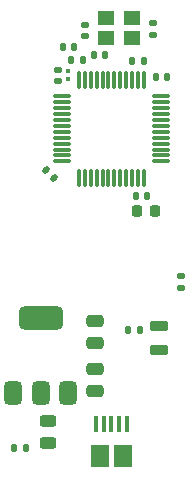
<source format=gbr>
%TF.GenerationSoftware,KiCad,Pcbnew,9.0.0*%
%TF.CreationDate,2025-06-28T10:43:13-07:00*%
%TF.ProjectId,STM 32 devboard,53544d20-3332-4206-9465-76626f617264,rev?*%
%TF.SameCoordinates,Original*%
%TF.FileFunction,Paste,Top*%
%TF.FilePolarity,Positive*%
%FSLAX46Y46*%
G04 Gerber Fmt 4.6, Leading zero omitted, Abs format (unit mm)*
G04 Created by KiCad (PCBNEW 9.0.0) date 2025-06-28 10:43:13*
%MOMM*%
%LPD*%
G01*
G04 APERTURE LIST*
G04 Aperture macros list*
%AMRoundRect*
0 Rectangle with rounded corners*
0 $1 Rounding radius*
0 $2 $3 $4 $5 $6 $7 $8 $9 X,Y pos of 4 corners*
0 Add a 4 corners polygon primitive as box body*
4,1,4,$2,$3,$4,$5,$6,$7,$8,$9,$2,$3,0*
0 Add four circle primitives for the rounded corners*
1,1,$1+$1,$2,$3*
1,1,$1+$1,$4,$5*
1,1,$1+$1,$6,$7*
1,1,$1+$1,$8,$9*
0 Add four rect primitives between the rounded corners*
20,1,$1+$1,$2,$3,$4,$5,0*
20,1,$1+$1,$4,$5,$6,$7,0*
20,1,$1+$1,$6,$7,$8,$9,0*
20,1,$1+$1,$8,$9,$2,$3,0*%
G04 Aperture macros list end*
%ADD10RoundRect,0.140000X0.140000X0.170000X-0.140000X0.170000X-0.140000X-0.170000X0.140000X-0.170000X0*%
%ADD11RoundRect,0.375000X0.375000X-0.625000X0.375000X0.625000X-0.375000X0.625000X-0.375000X-0.625000X0*%
%ADD12RoundRect,0.500000X1.400000X-0.500000X1.400000X0.500000X-1.400000X0.500000X-1.400000X-0.500000X0*%
%ADD13R,1.400000X1.200000*%
%ADD14RoundRect,0.120000X0.630000X0.280000X-0.630000X0.280000X-0.630000X-0.280000X0.630000X-0.280000X0*%
%ADD15RoundRect,0.135000X0.135000X0.185000X-0.135000X0.185000X-0.135000X-0.185000X0.135000X-0.185000X0*%
%ADD16RoundRect,0.135000X0.185000X-0.135000X0.185000X0.135000X-0.185000X0.135000X-0.185000X-0.135000X0*%
%ADD17RoundRect,0.135000X-0.135000X-0.185000X0.135000X-0.185000X0.135000X0.185000X-0.135000X0.185000X0*%
%ADD18R,0.400000X1.350000*%
%ADD19R,1.500000X1.900000*%
%ADD20RoundRect,0.079500X-0.100500X0.079500X-0.100500X-0.079500X0.100500X-0.079500X0.100500X0.079500X0*%
%ADD21RoundRect,0.243750X0.456250X-0.243750X0.456250X0.243750X-0.456250X0.243750X-0.456250X-0.243750X0*%
%ADD22RoundRect,0.140000X0.170000X-0.140000X0.170000X0.140000X-0.170000X0.140000X-0.170000X-0.140000X0*%
%ADD23RoundRect,0.140000X0.219203X0.021213X0.021213X0.219203X-0.219203X-0.021213X-0.021213X-0.219203X0*%
%ADD24RoundRect,0.140000X-0.140000X-0.170000X0.140000X-0.170000X0.140000X0.170000X-0.140000X0.170000X0*%
%ADD25RoundRect,0.225000X0.225000X0.250000X-0.225000X0.250000X-0.225000X-0.250000X0.225000X-0.250000X0*%
%ADD26RoundRect,0.250000X-0.475000X0.250000X-0.475000X-0.250000X0.475000X-0.250000X0.475000X0.250000X0*%
%ADD27RoundRect,0.140000X-0.170000X0.140000X-0.170000X-0.140000X0.170000X-0.140000X0.170000X0.140000X0*%
%ADD28RoundRect,0.250000X0.475000X-0.250000X0.475000X0.250000X-0.475000X0.250000X-0.475000X-0.250000X0*%
%ADD29RoundRect,0.075000X-0.665000X0.075000X-0.665000X-0.075000X0.665000X-0.075000X0.665000X0.075000X0*%
%ADD30RoundRect,0.075000X-0.075000X0.665000X-0.075000X-0.665000X0.075000X-0.665000X0.075000X0.665000X0*%
G04 APERTURE END LIST*
D10*
%TO.C,C10*%
X24070000Y-38500000D03*
X25030000Y-38500000D03*
%TD*%
%TO.C,C11*%
X18616893Y-26944440D03*
X19576893Y-26944440D03*
%TD*%
%TO.C,C12*%
X17874142Y-25905871D03*
X18834142Y-25905871D03*
%TD*%
D11*
%TO.C,U1*%
X13700000Y-55150000D03*
X18300000Y-55150000D03*
D12*
X16000000Y-48850000D03*
D11*
X16000000Y-55150000D03*
%TD*%
D13*
%TO.C,Y1*%
X21550000Y-23456912D03*
X23750000Y-25156912D03*
X23750000Y-23456912D03*
X21550000Y-25156912D03*
%TD*%
D14*
%TO.C,SW1*%
X26000000Y-51500000D03*
X26000000Y-49500000D03*
%TD*%
D15*
%TO.C,R3*%
X24410000Y-49800000D03*
X23390000Y-49800000D03*
%TD*%
D16*
%TO.C,R2*%
X27900000Y-46260000D03*
X27900000Y-45240000D03*
%TD*%
D17*
%TO.C,R1*%
X13786317Y-59852750D03*
X14806317Y-59852750D03*
%TD*%
D18*
%TO.C,J3*%
X23300000Y-57837500D03*
X20700000Y-57837500D03*
X21350000Y-57837500D03*
X22000000Y-57837500D03*
X22650000Y-57837500D03*
D19*
X21000000Y-60537500D03*
X23000000Y-60537500D03*
%TD*%
D20*
%TO.C,FB1*%
X18312516Y-27877880D03*
X18312516Y-28567880D03*
%TD*%
D21*
%TO.C,D1*%
X16600000Y-59437500D03*
X16600000Y-57562500D03*
%TD*%
D22*
%TO.C,C13*%
X17500000Y-27826912D03*
X17500000Y-28786912D03*
%TD*%
D23*
%TO.C,C9*%
X17135936Y-36990191D03*
X16457114Y-36311369D03*
%TD*%
D24*
%TO.C,C8*%
X26745811Y-28420361D03*
X25785811Y-28420361D03*
%TD*%
D10*
%TO.C,C7*%
X20520000Y-26556912D03*
X21480000Y-26556912D03*
%TD*%
%TO.C,C6*%
X23759597Y-27033813D03*
X24719597Y-27033813D03*
%TD*%
D25*
%TO.C,C5*%
X25675000Y-39762471D03*
X24125000Y-39762471D03*
%TD*%
D26*
%TO.C,C4*%
X20600000Y-50950000D03*
X20600000Y-49050000D03*
%TD*%
D22*
%TO.C,C3*%
X19750000Y-24026912D03*
X19750000Y-24986912D03*
%TD*%
D27*
%TO.C,C2*%
X25550000Y-24836912D03*
X25550000Y-23876912D03*
%TD*%
D28*
%TO.C,C1*%
X20608899Y-53121859D03*
X20608899Y-55021859D03*
%TD*%
D29*
%TO.C,U2*%
X26160000Y-30556912D03*
D30*
X21250000Y-28646912D03*
D29*
X26160000Y-30056912D03*
X26160000Y-31056912D03*
X26160000Y-31556912D03*
X26160000Y-32056912D03*
X26160000Y-32556912D03*
X26160000Y-33056912D03*
X26160000Y-33556912D03*
X26160000Y-34056912D03*
X26160000Y-34556912D03*
X26160000Y-35056912D03*
X26160000Y-35556912D03*
D30*
X24750000Y-36966912D03*
X24250000Y-36966912D03*
X23750000Y-36966912D03*
X23250000Y-36966912D03*
X22750000Y-36966912D03*
X22250000Y-36966912D03*
X21750000Y-36966912D03*
X21250000Y-36966912D03*
X20750000Y-36966912D03*
X20250000Y-36966912D03*
X19750000Y-36966912D03*
X19250000Y-36966912D03*
D29*
X17840000Y-35556912D03*
X17840000Y-35056912D03*
X17840000Y-34556912D03*
X17840000Y-34056912D03*
X17840000Y-33556912D03*
X17840000Y-33056912D03*
X17840000Y-32556912D03*
X17840000Y-32056912D03*
X17840000Y-31556912D03*
X17840000Y-31056912D03*
X17840000Y-30556912D03*
X17840000Y-30056912D03*
D30*
X19250000Y-28646912D03*
X19750000Y-28646912D03*
X20250000Y-28646912D03*
X20750000Y-28646912D03*
X21750000Y-28646912D03*
X22250000Y-28646912D03*
X22750000Y-28646912D03*
X23250000Y-28646912D03*
X23750000Y-28646912D03*
X24250000Y-28646912D03*
X24750000Y-28646912D03*
%TD*%
M02*

</source>
